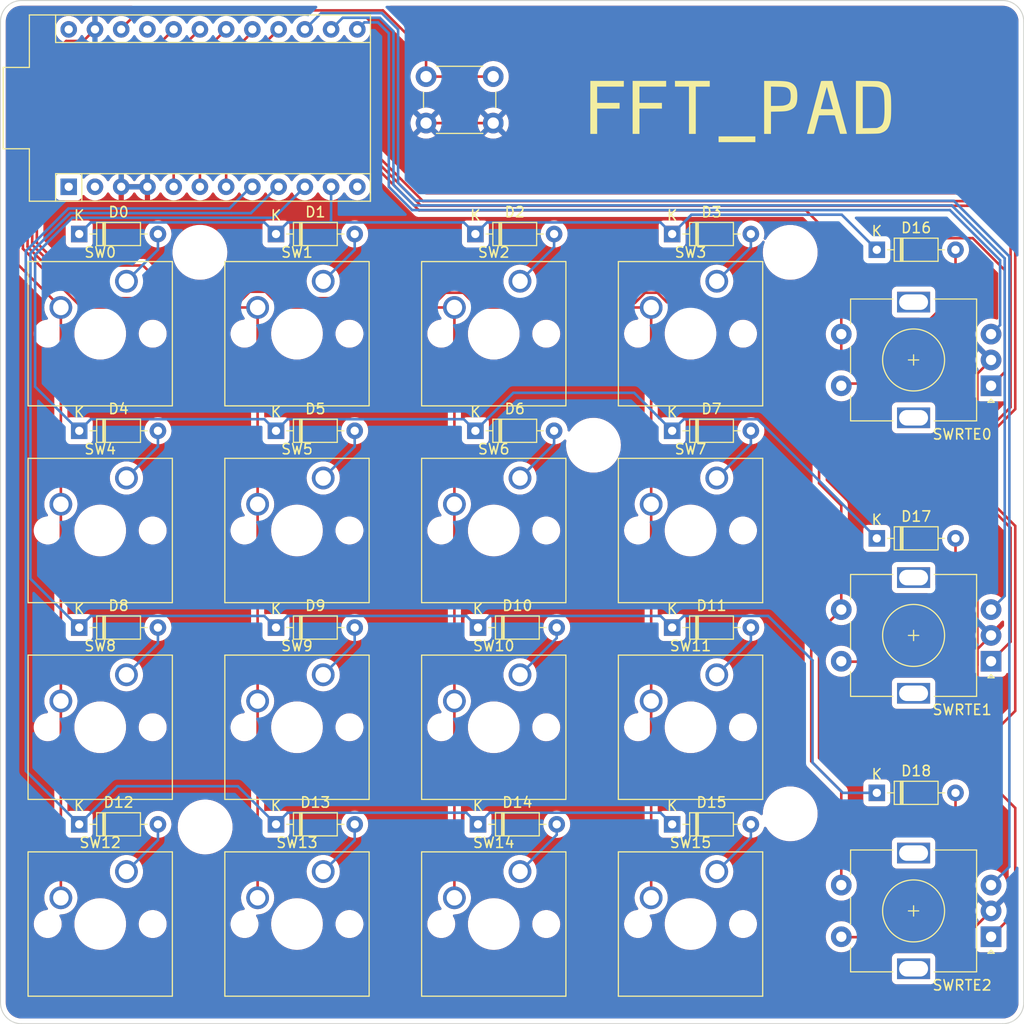
<source format=kicad_pcb>
(kicad_pcb (version 20211014) (generator pcbnew)
  (layers (0 "F.Cu" signal) (31 "B.Cu" signal) (34 "B.Paste" user) (35 "F.Paste" user) (36 "B.SilkS" user "B.Silkscreen") (37 "F.SilkS" user "F.Silkscreen") (38 "B.Mask" user) (39 "F.Mask" user) (44 "Edge.Cuts" user))
  (net 0 "")
  (net 1 "row0")
  (net 2 "Net-(D0-Pad2)")
  (net 3 "Net-(SW1-Pad1)")
  (net 4 "Net-(SW2-Pad1)")
  (net 5 "Net-(SW3-Pad1)")
  (net 6 "row1")
  (net 7 "Net-(SW4-Pad1)")
  (net 8 "Net-(SW5-Pad1)")
  (net 9 "Net-(SW6-Pad1)")
  (net 10 "Net-(SW7-Pad1)")
  (net 11 "row2")
  (net 12 "Net-(SW8-Pad1)")
  (net 13 "Net-(SW9-Pad1)")
  (net 14 "Net-(SW10-Pad1)")
  (net 15 "Net-(SW11-Pad1)")
  (net 16 "row3")
  (net 17 "Net-(SW12-Pad1)")
  (net 18 "Net-(SW13-Pad1)")
  (net 19 "Net-(SW14-Pad1)")
  (net 20 "Net-(SW15-Pad1)")
  (net 21 "Net-(SWRTE0-PadS2)")
  (net 22 "Net-(SWRTE1-PadS2)")
  (net 23 "Net-(SWRTE2-PadS2)")
  (net 24 "col4")
  (net 25 "col3")
  (net 26 "col2")
  (net 28 "col1")
  (net 30 "col0")
  (net 31 "GND")
  (net 32 "RTE2")
  (net 33 "RTE1")
  (net 34 "RTE3")
  (net 35 "RTE0")
  (net 36 "RTE4")
  (net 38 "RTE5")
  (net 39 "RST")
  (footprint "Diode_THT:D_DO-35_SOD27_P7.62mm_Horizontal" (layer "F.Cu") (at 116.332 95.758)
    (fp_text reference "D7")
    (fp_text value "1N4148")
  )
  (footprint "Button_Switch_Keyboard:SW_Cherry_MX_1.00u_PCB" (layer "F.Cu") (at 101.6 81.28)
    (fp_text reference "SW2")
    (fp_text value "SW_Push")
  )
  (footprint "Button_Switch_Keyboard:SW_Cherry_MX_1.00u_PCB" (layer "F.Cu") (at 63.5 119.38)
    (fp_text reference "SW8")
    (fp_text value "SW_Push")
  )
  (footprint "Button_Switch_Keyboard:SW_Cherry_MX_1.00u_PCB" (layer "F.Cu") (at 63.5 81.28)
    (fp_text reference "SW0")
    (fp_text value "SW_Push")
  )
  (footprint "Diode_THT:D_DO-35_SOD27_P7.62mm_Horizontal" (layer "F.Cu") (at 97.536 114.808)
    (fp_text reference "D10")
    (fp_text value "1N4148")
  )
  (footprint "Diode_THT:D_DO-35_SOD27_P7.62mm_Horizontal" (layer "F.Cu") (at 58.928 95.758)
    (fp_text reference "D4")
    (fp_text value "1N4148")
  )
  (footprint "Diode_THT:D_DO-35_SOD27_P7.62mm_Horizontal" (layer "F.Cu") (at 97.282 76.708)
    (fp_text reference "D2")
    (fp_text value "1N4148")
  )
  (footprint "kbd:M2_HOLE_v2" (layer "F.Cu") (at 108.712 97.155)
    (fp_text reference "Ref**" hide)
    (fp_text value "Val**" hide)
  )
  (footprint "Button_Switch_Keyboard:SW_Cherry_MX_1.00u_PCB" (layer "F.Cu") (at 120.65 119.38)
    (fp_text reference "SW11")
    (fp_text value "SW_Push")
  )
  (footprint "Diode_THT:D_DO-35_SOD27_P7.62mm_Horizontal" (layer "F.Cu") (at 58.928 76.708)
    (fp_text reference "D0")
    (fp_text value "1N4148")
  )
  (footprint "Diode_THT:D_DO-35_SOD27_P7.62mm_Horizontal" (layer "F.Cu") (at 77.978 76.708)
    (fp_text reference "D1")
    (fp_text value "1N4148")
  )
  (footprint "Diode_THT:D_DO-35_SOD27_P7.62mm_Horizontal" (layer "F.Cu") (at 97.282 95.758)
    (fp_text reference "D6")
    (fp_text value "1N4148")
  )
  (footprint "Button_Switch_Keyboard:SW_Cherry_MX_1.00u_PCB" (layer "F.Cu") (at 82.55 81.28)
    (fp_text reference "SW1")
    (fp_text value "SW_Push")
  )
  (footprint "Diode_THT:D_DO-35_SOD27_P7.62mm_Horizontal" (layer "F.Cu") (at 136.144 106.172)
    (fp_text reference "D17")
    (fp_text value "1N4148")
  )
  (footprint "Button_Switch_Keyboard:SW_Cherry_MX_1.00u_PCB" (layer "F.Cu") (at 101.6 119.38)
    (fp_text reference "SW10")
    (fp_text value "SW_Push")
  )
  (footprint "Diode_THT:D_DO-35_SOD27_P7.62mm_Horizontal" (layer "F.Cu") (at 58.928 133.858)
    (fp_text reference "D12")
    (fp_text value "1N4148")
  )
  (footprint "Button_Switch_Keyboard:SW_Cherry_MX_1.00u_PCB" (layer "F.Cu") (at 101.6 100.33)
    (fp_text reference "SW6")
    (fp_text value "SW_Push")
  )
  (footprint "Arduino:Sparkfun_Pro_Micro" (layer "F.Cu") (at 85.852 56.896 -90)
    (fp_text reference "Sparkfun_Pro_Micro1" hide)
    (fp_text value "Pro_Micro")
  )
  (footprint "Rotary_Encoder:RotaryEncoder_Alps_EC11E-Switch_Vertical_H20mm" (layer "F.Cu") (at 147.204 91.4 180)
    (fp_text reference "SWRTE0")
    (fp_text value "RotaryEncoder_Switch")
  )
  (footprint "Diode_THT:D_DO-35_SOD27_P7.62mm_Horizontal" (layer "F.Cu") (at 58.928 114.808)
    (fp_text reference "D8")
    (fp_text value "1N4148")
  )
  (footprint "Button_Switch_Keyboard:SW_Cherry_MX_1.00u_PCB" (layer "F.Cu") (at 82.55 100.33)
    (fp_text reference "SW5")
    (fp_text value "SW_Push")
  )
  (footprint "Diode_THT:D_DO-35_SOD27_P7.62mm_Horizontal" (layer "F.Cu") (at 116.332 114.808)
    (fp_text reference "D11")
    (fp_text value "1N4148")
  )
  (footprint "Button_Switch_Keyboard:SW_Cherry_MX_1.00u_PCB" (layer "F.Cu") (at 82.55 119.38)
    (fp_text reference "SW9")
    (fp_text value "SW_Push")
  )
  (footprint "Button_Switch_Keyboard:SW_Cherry_MX_1.00u_PCB" (layer "F.Cu") (at 120.65 81.28)
    (fp_text reference "SW3")
    (fp_text value "SW_Push")
  )
  (footprint "kbd:M2_HOLE_v2" (layer "F.Cu") (at 71.12 134.112)
    (fp_text reference "Ref**" hide)
    (fp_text value "Val**" hide)
  )
  (footprint "Diode_THT:D_DO-35_SOD27_P7.62mm_Horizontal" (layer "F.Cu") (at 77.978 114.808)
    (fp_text reference "D9")
    (fp_text value "1N4148")
  )
  (footprint "FFT_PAD:FFT_PAD_sized_Vertical" (layer "F.Cu") (at 122.936 64.516)
    (fp_text reference "G***" hide)
    (fp_text value "LOGO" hide)
  )
  (footprint "kbd:M2_HOLE_v2" (layer "F.Cu") (at 127.762 132.842)
    (fp_text reference "Ref**" hide)
    (fp_text value "Val**" hide)
  )
  (footprint "Rotary_Encoder:RotaryEncoder_Alps_EC11E-Switch_Vertical_H20mm" (layer "F.Cu") (at 147.204 118.07 180)
    (fp_text reference "SWRTE1")
    (fp_text value "RotaryEncoder_Switch")
  )
  (footprint "Diode_THT:D_DO-35_SOD27_P7.62mm_Horizontal" (layer "F.Cu") (at 116.332 133.858)
    (fp_text reference "D15")
    (fp_text value "1N4148")
  )
  (footprint "Diode_THT:D_DO-35_SOD27_P7.62mm_Horizontal" (layer "F.Cu") (at 116.332 76.708)
    (fp_text reference "D3")
    (fp_text value "1N4148")
  )
  (footprint "Diode_THT:D_DO-35_SOD27_P7.62mm_Horizontal" (layer "F.Cu") (at 77.978 95.758)
    (fp_text reference "D5")
    (fp_text value "1N4148")
  )
  (footprint "Diode_THT:D_DO-35_SOD27_P7.62mm_Horizontal" (layer "F.Cu") (at 136.144 130.81)
    (fp_text reference "D18")
    (fp_text value "1N4148")
  )
  (footprint "Diode_THT:D_DO-35_SOD27_P7.62mm_Horizontal" (layer "F.Cu") (at 136.144 78.232)
    (fp_text reference "D16")
    (fp_text value "1N4148")
  )
  (footprint "Diode_THT:D_DO-35_SOD27_P7.62mm_Horizontal" (layer "F.Cu") (at 77.978 133.858)
    (fp_text reference "D13")
    (fp_text value "1N4148")
  )
  (footprint "kbd:M2_HOLE_v2" (layer "F.Cu") (at 70.612 78.486)
    (fp_text reference "Ref**" hide)
    (fp_text value "Val**" hide)
  )
  (footprint "Button_Switch_THT:SW_PUSH_6mm" (layer "F.Cu") (at 92.508 61.468)
    (fp_text reference "SW19" hide)
    (fp_text value "SW_Push")
  )
  (footprint "Button_Switch_Keyboard:SW_Cherry_MX_1.00u_PCB" (layer "F.Cu") (at 101.6 138.43)
    (fp_text reference "SW14")
    (fp_text value "SW_Push")
  )
  (footprint "Rotary_Encoder:RotaryEncoder_Alps_EC11E-Switch_Vertical_H20mm" (layer "F.Cu") (at 147.204 144.74 180)
    (fp_text reference "SWRTE2")
    (fp_text value "RotaryEncoder_Switch")
  )
  (footprint "Button_Switch_Keyboard:SW_Cherry_MX_1.00u_PCB" (layer "F.Cu") (at 63.5 138.43)
    (fp_text reference "SW12")
    (fp_text value "SW_Push")
  )
  (footprint "Button_Switch_Keyboard:SW_Cherry_MX_1.00u_PCB" (layer "F.Cu") (at 63.5 100.33)
    (fp_text reference "SW4")
    (fp_text value "SW_Push")
  )
  (footprint "Button_Switch_Keyboard:SW_Cherry_MX_1.00u_PCB" (layer "F.Cu") (at 82.55 138.43)
    (fp_text reference "SW13")
    (fp_text value "SW_Push")
  )
  (footprint "Button_Switch_Keyboard:SW_Cherry_MX_1.00u_PCB" (layer "F.Cu") (at 120.65 100.33)
    (fp_text reference "SW7")
    (fp_text value "SW_Push")
  )
  (footprint "kbd:M2_HOLE_v2" (layer "F.Cu") (at 127.762 78.486)
    (fp_text reference "Ref**" hide)
    (fp_text value "Val**" hide)
  )
  (footprint "Diode_THT:D_DO-35_SOD27_P7.62mm_Horizontal" (layer "F.Cu") (at 97.536 133.858)
    (fp_text reference "D14")
    (fp_text value "1N4148")
  )
  (footprint "Button_Switch_Keyboard:SW_Cherry_MX_1.00u_PCB" (layer "F.Cu") (at 120.65 138.43)
    (fp_text reference "SW15")
    (fp_text value "SW_Push")
  )
  (gr_arc (start 148.336 54.102) (mid 149.772841 54.697159) (end 150.368 56.134) (layer "Edge.Cuts") (width 0.1))
  (gr_arc (start 51.308 56.134) (mid 51.903159 54.697159) (end 53.34 54.102) (layer "Edge.Cuts") (width 0.1))
  (gr_line (start 150.368 151.13) (end 150.368 56.134) (layer "Edge.Cuts") (width 0.1))
  (gr_line (start 53.34 153.162) (end 148.336 153.162) (layer "Edge.Cuts") (width 0.1))
  (gr_arc (start 150.368 151.13) (mid 149.772841 152.566841) (end 148.336 153.162) (layer "Edge.Cuts") (width 0.1))
  (gr_arc (start 53.34 153.162) (mid 51.903159 152.566841) (end 51.308 151.13) (layer "Edge.Cuts") (width 0.1))
  (gr_line (start 148.336 54.102) (end 53.34 54.102) (layer "Edge.Cuts") (width 0.1))
  (gr_line (start 51.308 56.134) (end 51.308 151.13) (layer "Edge.Cuts") (width 0.1))
  (segment (start 60.052511 75.583489) (end 76.853489 75.583489) (width 0.25) (layer "B.Cu") (net 1))
  (segment (start 79.102511 75.583489) (end 83.203489 75.583489) (width 0.25) (layer "B.Cu") (net 1))
  (segment (start 118.20163 74.83837) (end 116.332 76.708) (width 0.25) (layer "B.Cu") (net 1))
  (segment (start 132.75037 74.83837) (end 118.20163 74.83837) (width 0.25) (layer "B.Cu") (net 1))
  (segment (start 96.157489 75.583489) (end 97.282 76.708) (width 0.25) (layer "B.Cu") (net 1))
  (segment (start 58.928 76.708) (end 60.052511 75.583489) (width 0.25) (layer "B.Cu") (net 1))
  (segment (start 83.312 72.136) (end 83.312 75.474978) (width 0.25) (layer "B.Cu") (net 1))
  (segment (start 76.853489 75.583489) (end 77.978 76.708) (width 0.25) (layer "B.Cu") (net 1))
  (segment (start 77.978 76.708) (end 79.102511 75.583489) (width 0.25) (layer "B.Cu") (net 1))
  (segment (start 115.207489 75.583489) (end 116.332 76.708) (width 0.25) (layer "B.Cu") (net 1))
  (segment (start 83.203489 75.583489) (end 96.157489 75.583489) (width 0.25) (layer "B.Cu") (net 1))
  (segment (start 83.312 75.474978) (end 83.203489 75.583489) (width 0.25) (layer "B.Cu") (net 1))
  (segment (start 136.144 78.232) (end 132.75037 74.83837) (width 0.25) (layer "B.Cu") (net 1))
  (segment (start 97.282 76.708) (end 98.406511 75.583489) (width 0.25) (layer "B.Cu") (net 1))
  (segment (start 98.406511 75.583489) (end 115.207489 75.583489) (width 0.25) (layer "B.Cu") (net 1))
  (segment (start 63.5 81.28) (end 66.548 78.232) (width 0.25) (layer "B.Cu") (net 2))
  (segment (start 66.548 78.232) (end 66.548 76.708) (width 0.25) (layer "B.Cu") (net 2))
  (segment (start 85.598 78.232) (end 85.598 76.708) (width 0.25) (layer "B.Cu") (net 3))
  (segment (start 82.55 81.28) (end 85.598 78.232) (width 0.25) (layer "B.Cu") (net 3))
  (segment (start 104.902 77.978) (end 104.902 76.708) (width 0.25) (layer "B.Cu") (net 4))
  (segment (start 101.6 81.28) (end 104.902 77.978) (width 0.25) (layer "B.Cu") (net 4))
  (segment (start 123.952 77.978) (end 123.952 76.708) (width 0.25) (layer "B.Cu") (net 5))
  (segment (start 120.65 81.28) (end 123.952 77.978) (width 0.25) (layer "B.Cu") (net 5))
  (segment (start 96.157489 94.633489) (end 97.282 95.758) (width 0.25) (layer "B.Cu") (net 6))
  (segment (start 100.96 92.08) (end 112.654 92.08) (width 0.25) (layer "B.Cu") (net 6))
  (segment (start 112.654 92.08) (end 116.332 95.758) (width 0.25) (layer "B.Cu") (net 6))
  (segment (start 79.102511 94.633489) (end 96.157489 94.633489) (width 0.25) (layer "B.Cu") (net 6))
  (segment (start 136.144 106.172) (end 124.605489 94.633489) (width 0.25) (layer "B.Cu") (net 6))
  (segment (start 54.655479 91.485479) (end 54.655479 78.731499) (width 0.25) (layer "B.Cu") (net 6))
  (segment (start 117.456511 94.633489) (end 116.332 95.758) (width 0.25) (layer "B.Cu") (net 6))
  (segment (start 76.853489 94.633489) (end 77.978 95.758) (width 0.25) (layer "B.Cu") (net 6))
  (segment (start 124.605489 94.633489) (end 117.456511 94.633489) (width 0.25) (layer "B.Cu") (net 6))
  (segment (start 80.772 72.136) (end 77.774031 75.133969) (width 0.25) (layer "B.Cu") (net 6))
  (segment (start 77.774031 75.133969) (end 74.879969 75.133969) (width 0.25) (layer "B.Cu") (net 6))
  (segment (start 58.253009 75.133969) (end 74.879969 75.133969) (width 0.25) (layer "B.Cu") (net 6))
  (segment (start 54.655479 78.731499) (end 58.253009 75.133969) (width 0.25) (layer "B.Cu") (net 6))
  (segment (start 97.282 95.758) (end 100.96 92.08) (width 0.25) (layer "B.Cu") (net 6))
  (segment (start 60.052511 94.633489) (end 76.853489 94.633489) (width 0.25) (layer "B.Cu") (net 6))
  (segment (start 58.928 95.758) (end 60.052511 94.633489) (width 0.25) (layer "B.Cu") (net 6))
  (segment (start 77.978 95.758) (end 79.102511 94.633489) (width 0.25) (layer "B.Cu") (net 6))
  (segment (start 58.928 95.758) (end 54.655479 91.485479) (width 0.25) (layer "B.Cu") (net 6))
  (segment (start 63.5 100.33) (end 66.548 97.282) (width 0.25) (layer "B.Cu") (net 7))
  (segment (start 66.548 97.282) (end 66.548 95.758) (width 0.25) (layer "B.Cu") (net 7))
  (segment (start 82.55 100.33) (end 85.598 97.282) (width 0.25) (layer "B.Cu") (net 8))
  (segment (start 85.598 97.282) (end 85.598 95.758) (width 0.25) (layer "B.Cu") (net 8))
  (segment (start 104.902 97.028) (end 104.902 95.758) (width 0.25) (layer "B.Cu") (net 9))
  (segment (start 101.6 100.33) (end 104.902 97.028) (width 0.25) (layer "B.Cu") (net 9))
  (segment (start 123.952 97.028) (end 123.952 95.758) (width 0.25) (layer "B.Cu") (net 10))
  (segment (start 120.65 100.33) (end 123.952 97.028) (width 0.25) (layer "B.Cu") (net 10))
  (segment (start 116.332 114.808) (end 117.456511 113.683489) (width 0.25) (layer "B.Cu") (net 11))
  (segment (start 77.978 114.808) (end 79.102511 113.683489) (width 0.25) (layer "B.Cu") (net 11))
  (segment (start 76.853489 113.683489) (end 77.978 114.808) (width 0.25) (layer "B.Cu") (net 11))
  (segment (start 79.102511 113.683489) (end 96.411489 113.683489) (width 0.25) (layer "B.Cu") (net 11))
  (segment (start 58.928 114.808) (end 54.205959 110.085959) (width 0.25) (layer "B.Cu") (net 11))
  (segment (start 73.651551 74.684449) (end 75.555833 74.684449) (width 0.25) (layer "B.Cu") (net 11))
  (segment (start 58.066812 74.684449) (end 73.651551 74.684449) (width 0.25) (layer "B.Cu") (net 11))
  (segment (start 125.621489 113.683489) (end 129.921 117.983) (width 0.25) (layer "B.Cu") (net 11))
  (segment (start 75.555833 74.684449) (end 78.168141 72.072141) (width 0.25) (layer "B.Cu") (net 11))
  (segment (start 115.207489 113.683489) (end 116.332 114.808) (width 0.25) (layer "B.Cu") (net 11))
  (segment (start 54.205959 78.545302) (end 58.066812 74.684449) (width 0.25) (layer "B.Cu") (net 11))
  (segment (start 98.660511 113.683489) (end 115.207489 113.683489) (width 0.25) (layer "B.Cu") (net 11))
  (segment (start 58.928 114.808) (end 60.052511 113.683489) (width 0.25) (layer "B.Cu") (net 11))
  (segment (start 97.536 114.808) (end 98.660511 113.683489) (width 0.25) (layer "B.Cu") (net 11))
  (segment (start 54.205959 110.085959) (end 54.205959 78.545302) (width 0.25) (layer "B.Cu") (net 11))
  (segment (start 132.842 130.81) (end 136.144 130.81) (width 0.25) (layer "B.Cu") (net 11))
  (segment (start 117.456511 113.683489) (end 125.621489 113.683489) (width 0.25) (layer "B.Cu") (net 11))
  (segment (start 96.411489 113.683489) (end 97.536 114.808) (width 0.25) (layer "B.Cu") (net 11))
  (segment (start 129.921 117.983) (end 129.921 127.889) (width 0.25) (layer "B.Cu") (net 11))
  (segment (start 129.921 127.889) (end 132.842 130.81) (width 0.25) (layer "B.Cu") (net 11))
  (segment (start 60.052511 113.683489) (end 76.853489 113.683489) (width 0.25) (layer "B.Cu") (net 11))
  (segment (start 66.548 116.332) (end 66.548 114.808) (width 0.25) (layer "B.Cu") (net 12))
  (segment (start 63.5 119.38) (end 66.548 116.332) (width 0.25) (layer "B.Cu") (net 12))
  (segment (start 85.598 116.332) (end 85.598 114.808) (width 0.25) (layer "B.Cu") (net 13))
  (segment (start 82.55 119.38) (end 85.598 116.332) (width 0.25) (layer "B.Cu") (net 13))
  (segment (start 105.156 115.824) (end 105.156 114.808) (width 0.25) (layer "B.Cu") (net 14))
  (segment (start 101.6 119.38) (end 105.156 115.824) (width 0.25) (layer "B.Cu") (net 14))
  (segment (start 120.65 119.38) (end 123.952 116.078) (width 0.25) (layer "B.Cu") (net 15))
  (segment (start 123.952 116.078) (end 123.952 114.808) (width 0.25) (layer "B.Cu") (net 15))
  (segment (start 97.536 133.858) (end 98.660511 132.733489) (width 0.25) (layer "B.Cu") (net 16))
  (segment (start 58.928 133.858) (end 53.756439 128.686439) (width 0.25) (layer "B.Cu") (net 16))
  (segment (start 58.928 133.858) (end 62.616 130.17) (width 0.25) (layer "B.Cu") (net 16))
  (segment (start 77.978 133.858) (end 79.102511 132.733489) (width 0.25) (layer "B.Cu") (net 16))
  (segment (start 79.102511 132.733489) (end 96.411489 132.733489) (width 0.25) (layer "B.Cu") (net 16))
  (segment (start 62.616 130.17) (end 74.29 130.17) (width 0.25) (layer "B.Cu") (net 16))
  (segment (start 96.411489 132.733489) (end 97.536 133.858) (width 0.25) (layer "B.Cu") (net 16))
  (segment (start 115.207489 132.733489) (end 116.332 133.858) (width 0.25) (layer "B.Cu") (net 16))
  (segment (start 57.880615 74.234929) (end 73.465353 74.234929) (width 0.25) (layer "B.Cu") (net 16))
  (segment (start 53.756439 78.359105) (end 57.880615 74.234929) (width 0.25) (layer "B.Cu") (net 16))
  (segment (start 73.465353 74.234929) (end 75.628141 72.072141) (width 0.25) (layer "B.Cu") (net 16))
  (segment (start 98.660511 132.733489) (end 115.207489 132.733489) (width 0.25) (layer "B.Cu") (net 16))
  (segment (start 74.29 130.17) (end 77.978 133.858) (width 0.25) (layer "B.Cu") (net 16))
  (segment (start 53.756439 128.686439) (end 53.756439 78.359105) (width 0.25) (layer "B.Cu") (net 16))
  (segment (start 66.548 135.382) (end 66.548 133.858) (width 0.25) (layer "B.Cu") (net 17))
  (segment (start 63.5 138.43) (end 66.548 135.382) (width 0.25) (layer "B.Cu") (net 17))
  (segment (start 82.55 138.43) (end 85.598 135.382) (width 0.25) (layer "B.Cu") (net 18))
  (segment (start 85.598 135.382) (end 85.598 133.858) (width 0.25) (layer "B.Cu") (net 18))
  (segment (start 105.156 134.874) (end 105.156 133.858) (width 0.25) (layer "B.Cu") (net 19))
  (segment (start 101.6 138.43) (end 105.156 134.874) (width 0.25) (layer "B.Cu") (net 19))
  (segment (start 120.65 138.43) (end 123.952 135.128) (width 0.25) (layer "B.Cu") (net 20))
  (segment (start 123.952 135.128) (end 123.952 133.858) (width 0.25) (layer "B.Cu") (net 20))
  (segment (start 135.067022 91.186) (end 143.764 82.489022) (width 0.25) (layer "F.Cu") (net 21))
  (segment (start 132.704 91.4) (end 132.918 91.186) (width 0.25) (layer "F.Cu") (net 21))
  (segment (start 143.764 82.489022) (end 143.764 78.232) (width 0.25) (layer "F.Cu") (net 21))
  (segment (start 132.918 91.186) (end 135.067022 91.186) (width 0.25) (layer "F.Cu") (net 21))
  (segment (start 135.575022 118.11) (end 143.764 109.921022) (width 0.25) (layer "F.Cu") (net 22))
  (segment (start 132.704 118.07) (end 132.744 118.11) (width 0.25) (layer "F.Cu") (net 22))
  (segment (start 143.764 109.921022) (end 143.764 106.172) (width 0.25) (layer "F.Cu") (net 22))
  (segment (start 132.744 118.11) (end 135.575022 118.11) (width 0.25) (layer "F.Cu") (net 22))
  (segment (start 132.744 144.78) (end 136.845022 144.78) (width 0.25) (layer "F.Cu") (net 23))
  (segment (start 132.704 144.74) (end 132.744 144.78) (width 0.25) (layer "F.Cu") (net 23))
  (segment (start 136.845022 144.78) (end 143.764 137.861022) (width 0.25) (layer "F.Cu") (net 23))
  (segment (start 143.764 137.861022) (end 143.764 130.81) (width 0.25) (layer "F.Cu") (net 23))
  (segment (start 113.709947 82.395489) (end 112.734956 83.37048) (width 0.25) (layer "F.Cu") (net 24))
  (segment (start 97.722198 83.37048) (end 96.297686 81.945969) (width 0.25) (layer "F.Cu") (net 24))
  (segment (start 132.704 84.19) (end 131.826 83.312) (width 0.25) (layer "F.Cu") (net 24))
  (segment (start 65.10256 79.756) (end 57.023718 79.756) (width 0.25) (layer "F.Cu") (net 24))
  (segment (start 74.79296 60.33504) (end 78.232 56.896) (width 0.25) (layer "F.Cu") (net 24))
  (segment (start 115.824 83.312) (end 114.907489 82.395489) (width 0.25) (layer "F.Cu") (net 24))
  (segment (start 54.8256 77.557882) (end 54.8256 64.107752) (width 0.25) (layer "F.Cu") (net 24))
  (segment (start 94.202314 81.945969) (end 93.227322 82.92096) (width 0.25) (layer "F.Cu") (net 24))
  (segment (start 129.794 127.754893) (end 129.794 115.98) (width 0.25) (layer "F.Cu") (net 24))
  (segment (start 79.11096 82.92096) (end 77.58696 81.39696) (width 0.25) (layer "F.Cu") (net 24))
  (segment (start 58.598312 60.33504) (end 74.79296 60.33504) (width 0.25) (layer "F.Cu") (net 24))
  (segment (start 74.98848 81.39696) (end 73.914 82.47144) (width 0.25) (layer "F.Cu") (net 24))
  (segment (start 93.227322 82.92096) (end 79.11096 82.92096) (width 0.25) (layer "F.Cu") (net 24))
  (segment (start 131.826 83.312) (end 115.824 83.312) (width 0.25) (layer "F.Cu") (net 24))
  (segment (start 132.704 88.53) (end 132.704 86.4) (width 0.25) (layer "F.Cu") (net 24))
  (segment (start 132.704 130.664893) (end 129.794 127.754893) (width 0.25) (layer "F.Cu") (net 24))
  (segment (start 114.907489 82.395489) (end 113.709947 82.395489) (width 0.25) (layer "F.Cu") (net 24))
  (segment (start 112.734956 83.37048) (end 97.722198 83.37048) (width 0.25) (layer "F.Cu") (net 24))
  (segment (start 132.704 113.07) (end 132.704 102.986) (width 0.25) (layer "F.Cu") (net 24))
  (segment (start 132.704 86.4) (end 132.704 84.19) (width 0.25) (layer "F.Cu") (net 24))
  (segment (start 57.023718 79.756) (end 54.8256 77.557882) (width 0.25) (layer "F.Cu") (net 24))
  (segment (start 130.556 100.838) (end 130.556 90.678) (width 0.25) (layer "F.Cu") (net 24))
  (segment (start 73.914 82.47144) (end 67.818 82.47144) (width 0.25) (layer "F.Cu") (net 24))
  (segment (start 77.58696 81.39696) (end 74.98848 81.39696) (width 0.25) (layer "F.Cu") (net 24))
  (segment (start 132.704 102.986) (end 130.556 100.838) (width 0.25) (layer "F.Cu") (net 24))
  (segment (start 129.794 115.98) (end 132.704 113.07) (width 0.25) (layer "F.Cu") (net 24))
  (segment (start 132.704 139.74) (end 132.704 130.664893) (width 0.25) (layer "F.Cu") (net 24))
  (segment (start 130.556 90.678) (end 132.704 88.53) (width 0.25) (layer "F.Cu") (net 24))
  (segment (start 96.297686 81.945969) (end 94.202314 81.945969) (width 0.25) (layer "F.Cu") (net 24))
  (segment (start 54.8256 64.107752) (end 58.598312 60.33504) (width 0.25) (layer "F.Cu") (net 24))
  (segment (start 67.818 82.47144) (end 65.10256 79.756) (width 0.25) (layer "F.Cu") (net 24))
  (segment (start 114.3 102.87) (end 114.3 121.92) (width 0.25) (layer "F.Cu") (net 25))
  (segment (start 97.536 83.82) (end 96.111489 82.395489) (width 0.25) (layer "F.Cu") (net 25))
  (segment (start 74.177322 82.92096) (end 59.55296 82.92096) (width 0.25) (layer "F.Cu") (net 25))
  (segment (start 58.412114 59.88552) (end 72.947156 59.88552) (width 0.25) (layer "F.Cu") (net 25))
  (segment (start 114.3 83.82) (end 97.536 83.82) (width 0.25) (layer "F.Cu") (net 25))
  (segment (start 54.37608 77.74408) (end 54.37608 63.921554) (width 0.25) (layer "F.Cu") (net 25))
  (segment (start 73.147338 59.685338) (end 75.174677 57.658) (width 0.25) (layer "F.Cu") (net 25))
  (segment (start 93.41352 83.37048) (end 78.79848 83.37048) (width 0.25) (layer "F.Cu") (net 25))
  (segment (start 77.27448 81.84648) (end 75.251803 81.84648) (width 0.25) (layer "F.Cu") (net 25))
  (segment (start 94.388511 82.395489) (end 93.41352 83.37048) (width 0.25) (layer "F.Cu") (net 25))
  (segment (start 72.947156 59.88552) (end 73.147338 59.685338) (width 0.25) (layer "F.Cu") (net 25))
  (segment (start 59.55296 82.92096) (end 54.37608 77.74408) (width 0.25) (layer "F.Cu") (net 25))
  (segment (start 54.37608 63.921554) (end 58.412114 59.88552) (width 0.25) (layer "F.Cu") (net 25))
  (segment (start 114.3 83.82) (end 114.3 102.87) (width 0.25) (layer "F.Cu") (net 25))
  (segment (start 114.3 121.92) (end 114.3 140.97) (width 0.25) (layer "F.Cu") (net 25))
  (segment (start 72.947157 59.88552) (end 73.147338 59.685338) (width 0.25) (layer "F.Cu") (net 25))
  (segment (start 75.251803 81.84648) (end 74.177322 82.92096) (width 0.25) (layer "F.Cu") (net 25))
  (segment (start 96.111489 82.395489) (end 94.388511 82.395489) (width 0.25) (layer "F.Cu") (net 25))
  (segment (start 75.174677 57.658) (end 75.184 57.658) (width 0.25) (layer "F.Cu") (net 25))
  (segment (start 78.79848 83.37048) (end 77.27448 81.84648) (width 0.25) (layer "F.Cu") (net 25))
  (segment (start 78.486 83.82) (end 76.962 82.296) (width 0.25) (layer "F.Cu") (net 26))
  (segment (start 58.225916 59.436) (end 70.612 59.436) (width 0.25) (layer "F.Cu") (net 26))
  (segment (start 95.25 121.92) (end 95.25 102.87) (width 0.25) (layer "F.Cu") (net 26))
  (segment (start 95.25 140.97) (end 95.25 121.92) (width 0.25) (layer "F.Cu") (net 26))
  (segment (start 70.612 59.436) (end 73.152 56.896) (width 0.25) (layer "F.Cu") (net 26))
  (segment (start 75.438 82.296) (end 74.36352 83.37048) (width 0.25) (layer "F.Cu") (net 26))
  (segment (start 74.36352 83.37048) (end 59.350762 83.37048) (width 0.25) (layer "F.Cu") (net 26))
  (segment (start 76.962 82.296) (end 75.438 82.296) (width 0.25) (layer "F.Cu") (net 26))
  (segment (start 95.25 83.82) (end 78.486 83.82) (width 0.25) (layer "F.Cu") (net 26))
  (segment (start 53.92656 77.946278) (end 53.92656 63.735356) (width 0.25) (layer "F.Cu") (net 26))
  (segment (start 59.350762 83.37048) (end 53.92656 77.946278) (width 0.25) (layer "F.Cu") (net 26))
  (segment (start 53.92656 63.735356) (end 58.225916 59.436) (width 0.25) (layer "F.Cu") (net 26))
  (segment (start 95.25 102.87) (end 95.25 83.82) (width 0.25) (layer "F.Cu") (net 26))
  (segment (start 59.164564 83.82) (end 53.47704 78.132476) (width 0.25) (layer "F.Cu") (net 28))
  (segment (start 53.47704 63.549158) (end 58.039718 58.98648) (width 0.25) (layer "F.Cu") (net 28))
  (segment (start 53.47704 78.132476) (end 53.47704 63.549158) (width 0.25) (layer "F.Cu") (net 28))
  (segment (start 58.039718 58.98648) (end 68.52152 58.98648) (width 0.25) (layer "F.Cu") (net 28))
  (segment (start 76.2 121.92) (end 76.2 140.97) (width 0.25) (layer "F.Cu") (net 28))
  (segment (start 76.2 83.82) (end 59.164564 83.82) (width 0.25) (layer "F.Cu") (net 28))
  (segment (start 68.52152 58.98648) (end 70.612 56.896) (width 0.25) (layer "F.Cu") (net 28))
  (segment (start 76.2 102.87) (end 76.2 121.92) (width 0.25) (layer "F.Cu") (net 28))
  (segment (start 76.2 83.82) (end 76.2 102.87) (width 0.25) (layer "F.Cu") (net 28))
  (segment (start 57.15 83.82) (end 57.15 102.87) (width 0.25) (layer "F.Cu") (net 30))
  (segment (start 66.43104 58.53696) (end 68.072 56.896) (width 0.25) (layer "F.Cu") (net 30))
  (segment (start 53.02752 79.69752) (end 53.02752 63.36296) (width 0.25) (layer "F.Cu") (net 30))
  (segment (start 57.15 83.82) (end 53.02752 79.69752) (width 0.25) (layer "F.Cu") (net 30))
  (segment (start 57.15 102.87) (end 57.15 121.92) (width 0.25) (layer "F.Cu") (net 30))
  (segment (start 57.15 121.92) (end 57.15 140.97) (width 0.25) (layer "F.Cu") (net 30))
  (segment (start 57.85352 58.53696) (end 66.43104 58.53696) (width 0.25) (layer "F.Cu") (net 30))
  (segment (start 53.02752 63.36296) (end 57.85352 58.53696) (width 0.25) (layer "F.Cu") (net 30))
  (segment (start 78.232 148.844) (end 82.55 148.844) (width 0.25) (layer "F.Cu") (net 31))
  (segment (start 59.327489 58.020511) (end 57.666449 58.020511) (width 0.25) (layer "F.Cu") (net 31))
  (segment (start 119.888 148.59) (end 122.682 151.384) (width 0.25) (layer "F.Cu") (net 31))
  (segment (start 54.356 140.462) (end 54.356 143.51) (width 0.25) (layer "F.Cu") (net 31))
  (segment (start 52.578 128.27) (end 52.578 138.684) (width 0.25) (layer "F.Cu") (net 31))
  (segment (start 67.31 67.31) (end 68.072 67.31) (width 0.25) (layer "F.Cu") (net 31))
  (segment (start 52.578 138.684) (end 54.356 140.462) (width 0.25) (layer "F.Cu") (net 31))
  (segment (start 146.61648 95.56248) (end 146.61648 103.31952) (width 0.25) (layer "F.Cu") (net 31))
  (segment (start 54.102 126.746) (end 52.578 128.27) (width 0.25) (layer "F.Cu") (net 31))
  (segment (start 92.508 65.968) (end 99.008 65.968) (width 0.25) (layer "F.Cu") (net 31))
  (segment (start 146.61648 103.31952) (end 145.879489 104.056511) (width 0.25) (layer "F.Cu") (net 31))
  (segment (start 145.879489 104.056511) (end 145.879489 118.447489) (width 0.25) (layer "F.Cu") (net 31))
  (segment (start 95.25 151.384) (end 97.79 148.844) (width 0.25) (layer "F.Cu") (net 31))
  (segment (start 52.578 120.904) (end 54.102 122.428) (width 0.25) (layer "F.Cu") (net 31))
  (segment (start 52.578 102.362) (end 54.102 103.886) (width 0.25) (layer "F.Cu") (net 31))
  (segment (start 116.332 148.59) (end 119.888 148.59) (width 0.25) (layer "F.Cu") (net 31))
  (segment (start 54.356 151.384) (end 75.692 151.384) (width 0.25) (layer "F.Cu") (net 31))
  (segment (start 122.682 151.384) (end 142.24 151.384) (width 0.25) (layer "F.Cu") (net 31))
  (segment (start 85.09 151.384) (end 95.25 151.384) (width 0.25) (layer "F.Cu") (net 31))
  (segment (start 54.102 107.696) (end 52.578 109.22) (width 0.25) (layer "F.Cu") (net 31))
  (segment (start 145.879489 116.894511) (end 145.879489 118.447489) (width 0.25) (layer "F.Cu") (net 31))
  (segment (start 52.578 109.22) (end 52.578 120.904) (width 0.25) (layer "F.Cu") (net 31))
  (segment (start 52.578 149.606) (end 54.356 151.384) (width 0.25) (layer "F.Cu") (net 31))
  (segment (start 52.578 82.296) (end 54.102 83.82) (width 0.25) (layer "F.Cu") (net 31))
  (segment (start 54.356 143.51) (end 52.578 145.288) (width 0.25) (layer "F.Cu") (net 31))
  (segment (start 67.31 67.31) (end 65.532 69.088) (width 0.25) (layer "F.Cu") (net 31))
  (segment (start 145.542 131.318) (end 146.812 130.048) (width 0.25) (layer "F.Cu") (net 31))
  (segment (start 113.538 151.384) (end 116.332 148.59) (width 0.25) (layer "F.Cu") (net 31))
  (segment (start 101.092 148.844) (end 103.632 151.384) (width 0.25) (layer "F.Cu") (net 31))
  (segment (start 54.102 83.82) (end 54.102 88.646) (width 0.25) (layer "F.Cu") (net 31))
  (segment (start 145.879489 90.224511) (end 145.879489 94.825489) (width 0.25) (layer "F.Cu") (net 31))
  (segment (start 145.879489 124.289489) (end 145.879489 118.447489) (width 0.25) (layer "F.Cu") (net 31))
  (segment (start 97.79 148.844) (end 101.092 148.844) (width 0.25) (layer "F.Cu") (net 31))
  (segment (start 145.542 148.082) (end 145.542 131.318) (width 0.25) (layer "F.Cu") (net 31))
  (segment (start 146.812 125.222) (end 145.879489 124.289489) (width 0.25) (layer "F.Cu") (net 31))
  (segment (start 57.666449 58.020511) (end 52.578 63.10896) (width 0.25) (layer "F.Cu") (net 31))
  (segment (start 52.578 63.10896) (end 52.578 82.296) (width 0.25) (layer "F.Cu") (net 31))
  (segment (start 54.102 103.886) (end 54.102 107.696) (width 0.25) (layer "F.Cu") (net 31))
  (segment (start 54.102 88.646) (end 52.578 90.17) (width 0.25) (layer "F.Cu") (net 31))
  (segment (start 75.692 151.384) (end 78.232 148.844) (width 0.25) (layer "F.Cu") (net 31))
  (segment (start 91.166 67.31) (end 92.508 65.968) (width 0.25) (layer "F.Cu") (net 31))
  (segment (start 52.578 90.17) (end 52.578 102.362) (width 0.25) (layer "F.Cu") (net 31))
  (segment (start 62.992 69.088) (end 64.77 67.31) (width 0.25) (layer "F.Cu") (net 31))
  (segment (start 142.24 151.384) (end 145.542 148.082) (width 0.25) (layer "F.Cu") (net 31))
  (segment (start 68.072 67.31) (end 91.166 67.31) (width 0.25) (layer "F.Cu") (net 31))
  (segment (start 64.77 67.31) (end 68.072 67.31) (width 0.25) (layer "F.Cu") (net 31))
  (segment (start 65.532 69.088) (end 65.532 72.136) (width 0.25) (layer "F.Cu") (net 31))
  (segment (start 82.55 148.844) (end 85.09 151.384) (width 0.25) (layer "F.Cu") (net 31))
  (segment (start 62.992 72.136) (end 62.992 69.088) (width 0.25) (layer "F.Cu") (net 31))
  (segment (start 146.812 130.048) (end 146.812 125.222) (width 0.25) (layer "F.Cu") (net 31))
  (segment (start 147.204 142.24) (end 145.542 143.902) (width 0.25) (layer "F.Cu") (net 31))
  (segment (start 147.204 115.57) (end 145.879489 116.894511) (width 0.25) (layer "F.Cu") (net 31))
  (segment (start 145.879489 94.825489) (end 146.61648 95.56248) (width 0.25) (layer "F.Cu") (net 31))
  (segment (start 147.204 88.9) (end 145.879489 90.224511) (width 0.25) (layer "F.Cu") (net 31))
  (segment (start 60.452 56.896) (end 59.327489 58.020511) (width 0.25) (layer "F.Cu") (net 31))
  (segment (start 103.632 151.384) (end 113.538 151.384) (width 0.25) (layer "F.Cu") (net 31))
  (segment (start 52.578 145.288) (end 52.578 149.606) (width 0.25) (layer "F.Cu") (net 31))
  (segment (start 54.102 122.428) (end 54.102 126.746) (width 0.25) (layer "F.Cu") (net 31))
  (segment (start 90.56104 72.525604) (end 91.525246 73.48981) (width 0.25) (layer "B.Cu") (net 32))
  (segment (start 89.79904 56.905323) (end 89.79904 71.763604) (width 0.25) (layer "B.Cu") (net 32))
  (segment (start 91.525246 73.48981) (end 143.59381 73.48981) (width 0.25) (layer "B.Cu") (net 32))
  (segment (start 143.59381 73.48981) (end 148.978031 78.874031) (width 0.25) (layer "B.Cu") (net 32))
  (segment (start 148.978031 78.874031) (end 148.978031 137.965969) (width 0.25) (layer "B.Cu") (net 32))
  (segment (start 82.346031 55.321969) (end 88.215687 55.321969) (width 0.25) (layer "B.Cu") (net 32))
  (segment (start 148.978031 137.965969) (end 147.204 139.74) (width 0.25) (layer "B.Cu") (net 32))
  (segment (start 88.215687 55.321969) (end 89.79904 56.905323) (width 0.25) (layer "B.Cu") (net 32))
  (segment (start 89.79904 71.763604) (end 91.186 73.150564) (width 0.25) (layer "B.Cu") (net 32))
  (segment (start 80.772 56.896) (end 82.346031 55.321969) (width 0.25) (layer "B.Cu") (net 32))
  (segment (start 88.029489 55.771489) (end 89.34952 57.09152) (width 0.25) (layer "B.Cu") (net 33))
  (segment (start 143.407612 73.93933) (end 148.528511 79.060229) (width 0.25) (layer "B.Cu") (net 33))
  (segment (start 148.528511 111.745489) (end 147.204 113.07) (width 0.25) (layer "B.Cu") (net 33))
  (segment (start 89.34952 71.949802) (end 91.339048 73.93933) (width 0.25) (layer "B.Cu") (net 33))
  (segment (start 91.339048 73.93933) (end 143.407612 73.93933) (width 0.25) (layer "B.Cu") (net 33))
  (segment (start 83.312 56.896) (end 84.436511 55.771489) (width 0.25) (layer "B.Cu") (net 33))
  (segment (start 89.34952 57.09152) (end 89.34952 71.949802) (width 0.25) (layer "B.Cu") (net 33))
  (segment (start 148.528511 79.060229) (end 148.528511 111.745489) (width 0.25) (layer "B.Cu") (net 33))
  (segment (start 84.436511 55.771489) (end 88.029489 55.771489) (width 0.25) (layer "B.Cu") (net 33))
  (segment (start 73.152 69.088) (end 73.152 72.136) (width 0.25) (layer "F.Cu") (net 34))
  (segment (start 129.286 74.422) (end 91.820284 74.422) (width 0.25) (layer "F.Cu") (net 34))
  (segment (start 147.204 91.4) (end 148.528511 90.075489) (width 0.25) (layer "F.Cu") (net 34))
  (segment (start 91.820284 74.422) (end 89.471142 72.072858) (width 0.25) (layer "F.Cu") (net 34))
  (segment (start 148.528511 80.202511) (end 145.433489 77.107489) (width 0.25) (layer "F.Cu") (net 34))
  (segment (start 89.471142 72.072858) (end 89.471142 72.063538) (width 0.25) (layer "F.Cu") (net 34))
  (segment (start 142.602511 77.107489) (end 139.7 80.01) (width 0.25) (layer "F.Cu") (net 34))
  (segment (start 86.124644 68.71704) (end 73.52296 68.71704) (width 0.25) (layer "F.Cu") (net 34))
  (segment (start 139.7 80.01) (end 134.874 80.01) (width 0.25) (layer "F.Cu") (net 34))
  (segment (start 134.874 80.01) (end 129.286 74.422) (width 0.25) (layer "F.Cu") (net 34))
  (segment (start 148.528511 90.075489) (end 148.528511 80.202511) (width 0.25) (layer "F.Cu") (net 34))
  (segment (start 145.433489 77.107489) (end 142.602511 77.107489) (width 0.25) (layer "F.Cu") (net 34))
  (segment (start 89.471142 72.063538) (end 86.124644 68.71704) (width 0.25) (layer "F.Cu") (net 34))
  (segment (start 73.52296 68.71704) (end 73.152 69.088) (width 0.25) (layer "F.Cu") (net 34))
  (segment (start 88.9 72.135999) (end 91.152851 74.38885) (width 0.25) (layer "B.Cu") (net 35))
  (segment (start 87.843291 56.221009) (end 88.9 57.277718) (width 0.25) (layer "B.Cu") (net 35))
  (segment (start 148.078991 85.525009) (end 147.204 86.4) (width 0.25) (layer "B.Cu") (net 35))
  (segment (start 86.526991 56.221009) (end 87.843291 56.221009) (width 0.25) (layer "B.Cu") (net 35))
  (segment (start 91.152851 74.38885) (end 143.221414 74.38885) (width 0.25) (layer "B.Cu") (net 35))
  (segment (start 148.078991 79.246427) (end 148.078991 85.525009) (width 0.25) (layer "B.Cu") (net 35))
  (segment (start 85.852 56.896) (end 86.526991 56.221009) (width 0.25) (layer "B.Cu") (net 35))
  (segment (start 143.221414 74.38885) (end 148.078991 79.246427) (width 0.25) (layer "B.Cu") (net 35))
  (segment (start 88.9 57.277718) (end 88.9 72.135999) (width 0.25) (layer "B.Cu") (net 35))
  (segment (start 70.612 69.088) (end 71.43248 68.26752) (width 0.25) (layer "F.Cu") (net 36))
  (segment (start 92.00648 73.963158) (end 92.00648 73.97248) (width 0.25) (layer "F.Cu") (net 36))
  (segment (start 149.098 116.176) (end 147.204 118.07) (width 0.25) (layer "F.Cu") (net 36))
  (segment (start 147.066 95.504) (end 147.066 103.124) (width 0.25) (layer "F.Cu") (net 36))
  (segment (start 92.00648 73.97248) (end 147.506197 73.97248) (width 0.25) (layer "F.Cu") (net 36))
  (segment (start 147.506197 73.97248) (end 149.098 75.564283) (width 0.25) (layer "F.Cu") (net 36))
  (segment (start 71.43248 68.26752) (end 86.310842 68.26752) (width 0.25) (layer "F.Cu") (net 36))
  (segment (start 86.310842 68.26752) (end 92.00648 73.963158) (width 0.25) (layer "F.Cu") (net 36))
  (segment (start 70.612 72.136) (end 70.612 69.088) (width 0.25) (layer "F.Cu") (net 36))
  (segment (start 149.098 93.472) (end 147.066 95.504) (width 0.25) (layer "F.Cu") (net 36))
  (segment (start 149.098 75.564283) (end 149.098 93.472) (width 0.25) (layer "F.Cu") (net 36))
  (segment (start 147.066 103.124) (end 149.098 105.156) (width 0.25) (layer "F.Cu") (net 36))
  (segment (start 149.098 105.156) (end 149.098 116.176) (width 0.25) (layer "F.Cu") (net 36))
  (segment (start 68.072 69.088) (end 69.342 67.818) (width 0.25) (layer "F.Cu") (net 38))
  (segment (start 149.54752 142.39648) (end 147.204 144.74) (width 0.25) (layer "F.Cu") (net 38))
  (segment (start 149.54752 104.969802) (end 149.54752 122.87752) (width 0.25) (layer "F.Cu") (net 38))
  (segment (start 92.202 73.52296) (end 147.692395 73.52296) (width 0.25) (layer "F.Cu") (net 38))
  (segment (start 149.54752 75.378085) (end 149.54752 93.658198) (width 0.25) (layer "F.Cu") (net 38))
  (segment (start 147.32 125.10504) (end 147.32 130.048) (width 0.25) (layer "F.Cu") (net 38))
  (segment (start 149.54752 122.87752) (end 147.32 125.10504) (width 0.25) (layer "F.Cu") (net 38))
  (segment (start 69.342 67.818) (end 86.49704 67.818) (width 0.25) (layer "F.Cu") (net 38))
  (segment (start 147.692395 73.52296) (end 149.54752 75.378085) (width 0.25) (layer "F.Cu") (net 38))
  (segment (start 147.32 130.048) (end 149.54752 132.27552) (width 0.25) (layer "F.Cu") (net 38))
  (segment (start 147.51552 102.937802) (end 149.54752 104.969802) (width 0.25) (layer "F.Cu") (net 38))
  (segment (start 149.54752 93.658198) (end 147.51552 95.690198) (width 0.25) (layer "F.Cu") (net 38))
  (segment (start 147.51552 95.690198) (end 147.51552 102.937802) (width 0.25) (layer "F.Cu") (net 38))
  (segment (start 68.072 72.136) (end 68.072 69.088) (width 0.25) (layer "F.Cu") (net 38))
  (segment (start 86.49704 67.818) (end 92.202 73.52296) (width 0.25) (layer "F.Cu") (net 38))
  (segment (start 149.54752 132.27552) (end 149.54752 142.39648) (width 0.25) (layer "F.Cu") (net 38))
  (segment (start 92.508 59.234) (end 92.508 61.468) (width 0.25) (layer "F.Cu") (net 39))
  (segment (start 88.33352 55.05952) (end 92.508 59.234) (width 0.25) (layer "F.Cu") (net 39))
  (segment (start 92.508 61.468) (end 99.008 61.468) (width 0.25) (layer "F.Cu") (net 39))
  (segment (start 62.93352 56.896) (end 64.77 55.05952) (width 0.25) (layer "F.Cu") (net 39))
  (segment (start 64.77 55.05952) (end 88.33352 55.05952) (width 0.25) (layer "F.Cu") (net 39))
  (zone (net 31) (net_name "GND") (layers F&B.Cu) (connect_pads (clearance 0.508)) (min_thickness 0.254) (fill yes (thermal_gap 0.508) (thermal_bridge_width 0.508))
    (polygon (pts (xy 150.368 153.162) (xy 51.308 153.162) (xy 51.308 54.102) (xy 150.368 54.102)))
  )
)
</source>
